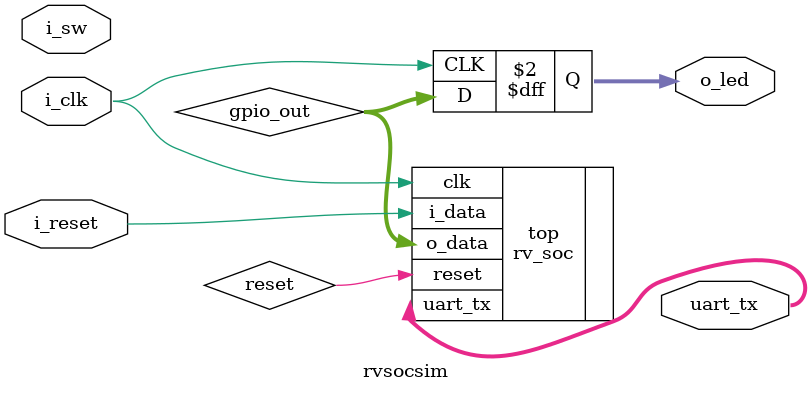
<source format=v>
module rvsocsim(
    input wire i_clk,
    input wire i_reset,
    input wire [15:0] i_sw,
    output wire [15:0] o_led,
    output wire [7:0] uart_tx
    );

    wire [15:0]  gpio_out;
    always @(posedge i_clk) begin
       o_led[15:0] <= gpio_out[15:0];
    end

    rv_soc top(
        .clk (i_clk),
        .reset (reset),
        .i_data (i_reset),
        .o_data (gpio_out),
        .uart_tx (uart_tx)
    );
endmodule

</source>
